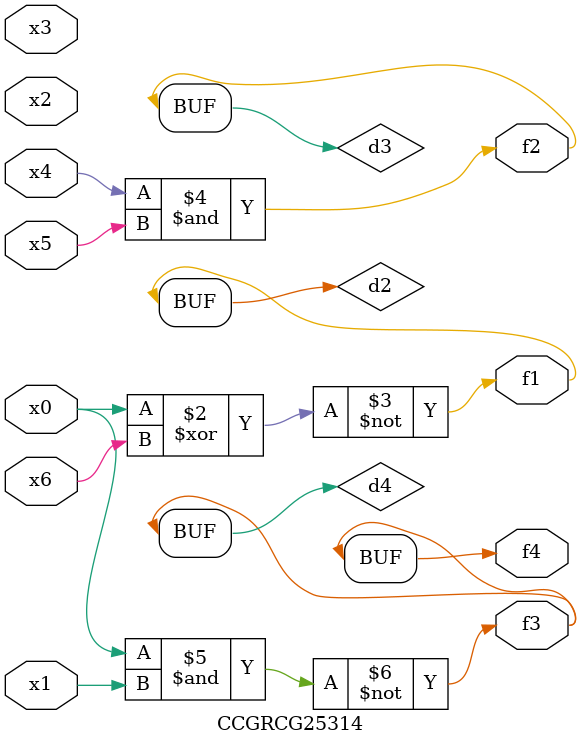
<source format=v>
module CCGRCG25314(
	input x0, x1, x2, x3, x4, x5, x6,
	output f1, f2, f3, f4
);

	wire d1, d2, d3, d4;

	nor (d1, x0);
	xnor (d2, x0, x6);
	and (d3, x4, x5);
	nand (d4, x0, x1);
	assign f1 = d2;
	assign f2 = d3;
	assign f3 = d4;
	assign f4 = d4;
endmodule

</source>
